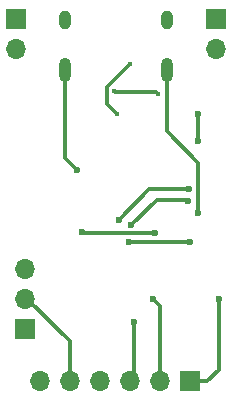
<source format=gbr>
%TF.GenerationSoftware,KiCad,Pcbnew,7.0.1*%
%TF.CreationDate,2023-04-05T11:46:08-04:00*%
%TF.ProjectId,PCB_USB_TTL,5043425f-5553-4425-9f54-544c2e6b6963,rev?*%
%TF.SameCoordinates,Original*%
%TF.FileFunction,Copper,L2,Bot*%
%TF.FilePolarity,Positive*%
%FSLAX46Y46*%
G04 Gerber Fmt 4.6, Leading zero omitted, Abs format (unit mm)*
G04 Created by KiCad (PCBNEW 7.0.1) date 2023-04-05 11:46:08*
%MOMM*%
%LPD*%
G01*
G04 APERTURE LIST*
%TA.AperFunction,ComponentPad*%
%ADD10R,1.700000X1.700000*%
%TD*%
%TA.AperFunction,ComponentPad*%
%ADD11O,1.700000X1.700000*%
%TD*%
%TA.AperFunction,ComponentPad*%
%ADD12O,1.000000X2.100000*%
%TD*%
%TA.AperFunction,ComponentPad*%
%ADD13O,1.000000X1.600000*%
%TD*%
%TA.AperFunction,ViaPad*%
%ADD14C,0.600000*%
%TD*%
%TA.AperFunction,ViaPad*%
%ADD15C,0.400000*%
%TD*%
%TA.AperFunction,Conductor*%
%ADD16C,0.300000*%
%TD*%
G04 APERTURE END LIST*
D10*
%TO.P,J1,1,Pin_1*%
%TO.N,+3.3V*%
X135800000Y-89525000D03*
D11*
%TO.P,J1,2,Pin_2*%
%TO.N,VCC*%
X135800000Y-86985000D03*
%TO.P,J1,3,Pin_3*%
%TO.N,+5V*%
X135800000Y-84445000D03*
%TD*%
D12*
%TO.P,P1,S1,SHIELD*%
%TO.N,GND*%
X147820000Y-67605000D03*
D13*
X147820000Y-63425000D03*
D12*
X139180000Y-67605000D03*
D13*
X139180000Y-63425000D03*
%TD*%
D10*
%TO.P,J3,1,Pin_1*%
%TO.N,GND*%
X135000000Y-63325000D03*
D11*
%TO.P,J3,2,Pin_2*%
X135000000Y-65865000D03*
%TD*%
D10*
%TO.P,J2,1,Pin_1*%
%TO.N,/ESP_IO0*%
X149750000Y-94000000D03*
D11*
%TO.P,J2,2,Pin_2*%
%TO.N,/ESP_EN*%
X147210000Y-94000000D03*
%TO.P,J2,3,Pin_3*%
%TO.N,/TX*%
X144670000Y-94000000D03*
%TO.P,J2,4,Pin_4*%
%TO.N,/RX*%
X142130000Y-94000000D03*
%TO.P,J2,5,Pin_5*%
%TO.N,VCC*%
X139590000Y-94000000D03*
%TO.P,J2,6,Pin_6*%
%TO.N,GND*%
X137050000Y-94000000D03*
%TD*%
D10*
%TO.P,J4,1,Pin_1*%
%TO.N,GND*%
X152000000Y-63325000D03*
D11*
%TO.P,J4,2,Pin_2*%
X152000000Y-65865000D03*
%TD*%
D14*
%TO.N,+5V*%
X146800000Y-81400000D03*
X140600000Y-81350500D03*
%TO.N,GND*%
X150475000Y-79750000D03*
X140200000Y-76100000D03*
%TO.N,/ESP_IO0*%
X152200000Y-87000000D03*
%TO.N,/ESP_EN*%
X146600000Y-87000000D03*
%TO.N,/TX*%
X145000000Y-89000000D03*
D15*
%TO.N,Net-(P1-PadA5)*%
X143600000Y-71400000D03*
X144700000Y-67100000D03*
D14*
%TO.N,/D+*%
X150471017Y-71352484D03*
X150449500Y-73673266D03*
D15*
%TO.N,/D-*%
X147100000Y-69700000D03*
X143300000Y-69400000D03*
D14*
%TO.N,Net-(Q2-Pad1)*%
X144600000Y-82200000D03*
X149800000Y-82200000D03*
%TO.N,Net-(R4-Pad1)*%
X144800000Y-80800000D03*
X149600000Y-78750000D03*
%TO.N,Net-(R5-Pad1)*%
X143721402Y-80311989D03*
X149675000Y-77750000D03*
%TD*%
D16*
%TO.N,+5V*%
X140699000Y-81449500D02*
X140600000Y-81350500D01*
X146800000Y-81400000D02*
X146750500Y-81449500D01*
X146750500Y-81449500D02*
X140699000Y-81449500D01*
%TO.N,GND*%
X150475000Y-75475000D02*
X150475000Y-79750000D01*
X147820000Y-67605000D02*
X147820000Y-72820000D01*
X147820000Y-72820000D02*
X150475000Y-75475000D01*
X139180000Y-67605000D02*
X139180000Y-75080000D01*
X139180000Y-75080000D02*
X140200000Y-76100000D01*
%TO.N,VCC*%
X139590000Y-90590000D02*
X139590000Y-94000000D01*
X135985000Y-86985000D02*
X139590000Y-90590000D01*
X135800000Y-86985000D02*
X135985000Y-86985000D01*
%TO.N,/ESP_IO0*%
X152200000Y-87000000D02*
X152200000Y-93000000D01*
X151200000Y-94000000D02*
X149750000Y-94000000D01*
X152200000Y-93000000D02*
X151200000Y-94000000D01*
%TO.N,/ESP_EN*%
X147210000Y-87610000D02*
X147210000Y-94000000D01*
X146600000Y-87000000D02*
X147210000Y-87610000D01*
%TO.N,/TX*%
X145000000Y-89000000D02*
X145000000Y-93670000D01*
X145000000Y-93670000D02*
X144670000Y-94000000D01*
%TO.N,Net-(P1-PadA5)*%
X144700000Y-67100000D02*
X142700000Y-69100000D01*
X142700000Y-69100000D02*
X142700000Y-70500000D01*
X142700000Y-70500000D02*
X143600000Y-71400000D01*
%TO.N,/D+*%
X150449500Y-71374001D02*
X150471017Y-71352484D01*
X150449500Y-73673266D02*
X150449500Y-71374001D01*
%TO.N,/D-*%
X143300000Y-69400000D02*
X143400000Y-69500000D01*
X146900000Y-69500000D02*
X147100000Y-69700000D01*
X143400000Y-69500000D02*
X146900000Y-69500000D01*
%TO.N,Net-(Q2-Pad1)*%
X144600000Y-82200000D02*
X149800000Y-82200000D01*
%TO.N,Net-(R4-Pad1)*%
X149466323Y-78616323D02*
X149600000Y-78750000D01*
X144800000Y-80800000D02*
X146983677Y-78616323D01*
X146983677Y-78616323D02*
X149466323Y-78616323D01*
%TO.N,Net-(R5-Pad1)*%
X146283391Y-77750000D02*
X149675000Y-77750000D01*
X143721402Y-80311989D02*
X146283391Y-77750000D01*
%TD*%
M02*

</source>
